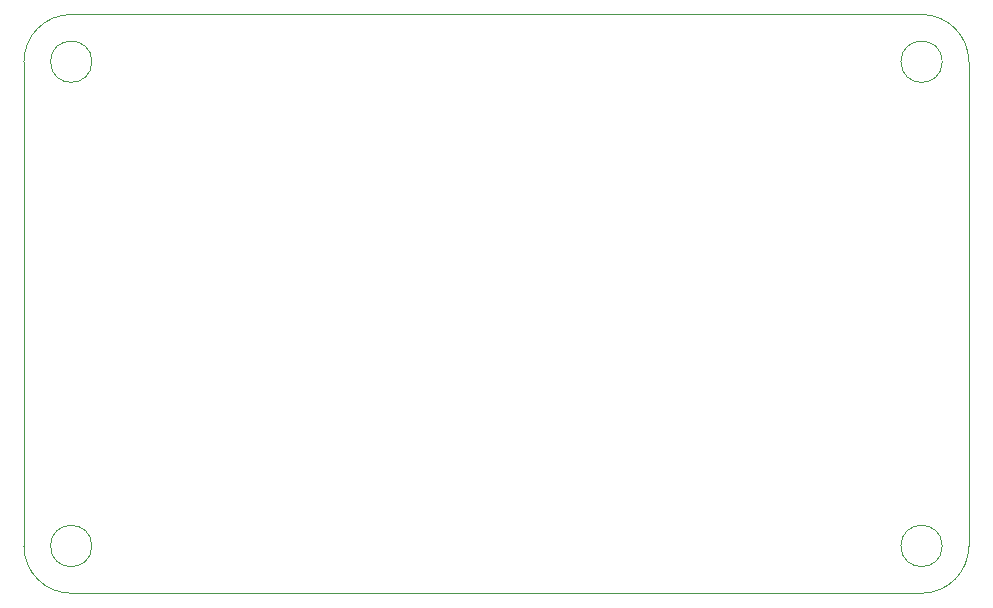
<source format=gm1>
%TF.GenerationSoftware,KiCad,Pcbnew,9.0.4*%
%TF.CreationDate,2025-10-21T11:21:35+02:00*%
%TF.ProjectId,GlasgowICAdapter,476c6173-676f-4774-9943-416461707465,rev?*%
%TF.SameCoordinates,Original*%
%TF.FileFunction,Profile,NP*%
%FSLAX46Y46*%
G04 Gerber Fmt 4.6, Leading zero omitted, Abs format (unit mm)*
G04 Created by KiCad (PCBNEW 9.0.4) date 2025-10-21 11:21:35*
%MOMM*%
%LPD*%
G01*
G04 APERTURE LIST*
%TA.AperFunction,Profile*%
%ADD10C,0.050000*%
%TD*%
G04 APERTURE END LIST*
D10*
X165750000Y-80000000D02*
G75*
G02*
X162250000Y-80000000I-1750000J0D01*
G01*
X162250000Y-80000000D02*
G75*
G02*
X165750000Y-80000000I1750000J0D01*
G01*
X93750000Y-80000000D02*
G75*
G02*
X90250000Y-80000000I-1750000J0D01*
G01*
X90250000Y-80000000D02*
G75*
G02*
X93750000Y-80000000I1750000J0D01*
G01*
X164000000Y-76000000D02*
G75*
G02*
X168000000Y-80000000I0J-4000000D01*
G01*
X92000000Y-125000000D02*
G75*
G02*
X88000000Y-121000000I0J4000000D01*
G01*
X88000000Y-80000000D02*
X88000000Y-121000000D01*
X93750000Y-121000000D02*
G75*
G02*
X90250000Y-121000000I-1750000J0D01*
G01*
X90250000Y-121000000D02*
G75*
G02*
X93750000Y-121000000I1750000J0D01*
G01*
X165750000Y-121000000D02*
G75*
G02*
X162250000Y-121000000I-1750000J0D01*
G01*
X162250000Y-121000000D02*
G75*
G02*
X165750000Y-121000000I1750000J0D01*
G01*
X88000000Y-80000000D02*
G75*
G02*
X92000000Y-76000000I4000000J0D01*
G01*
X168000000Y-80000000D02*
X168000000Y-121000000D01*
X164000000Y-125000000D02*
X92000000Y-125000000D01*
X164000000Y-76000000D02*
X92000000Y-76000000D01*
X168000000Y-121000000D02*
G75*
G02*
X164000000Y-125000000I-4000000J0D01*
G01*
M02*

</source>
